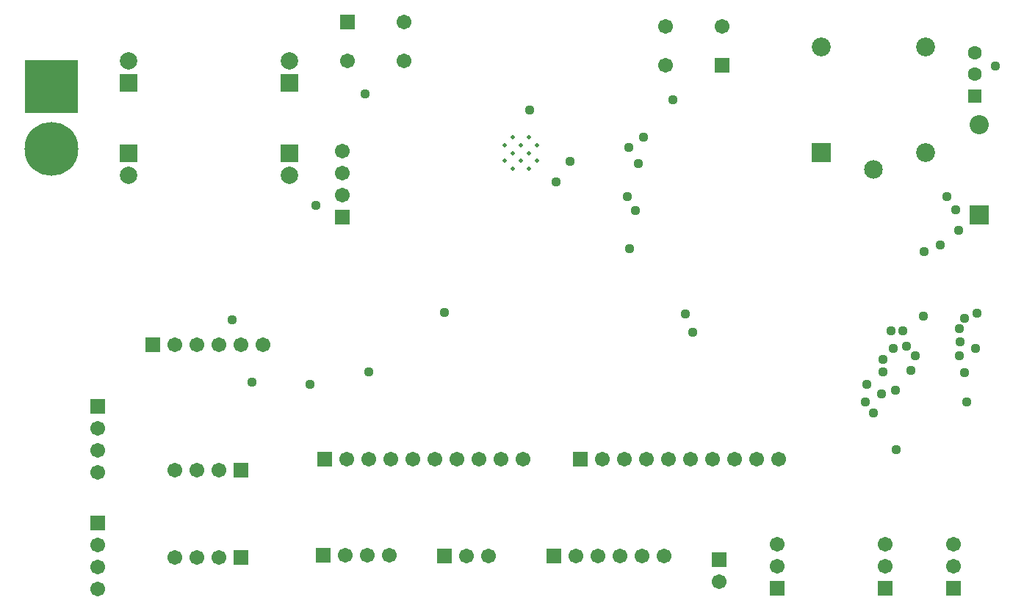
<source format=gbs>
G04*
G04 #@! TF.GenerationSoftware,Altium Limited,Altium Designer,20.1.12 (249)*
G04*
G04 Layer_Color=16711935*
%FSLAX25Y25*%
%MOIN*%
G70*
G04*
G04 #@! TF.SameCoordinates,38D2292D-1979-4519-B741-68206640DF70*
G04*
G04*
G04 #@! TF.FilePolarity,Negative*
G04*
G01*
G75*
%ADD43R,0.06706X0.06706*%
%ADD44C,0.06706*%
%ADD45C,0.24422*%
%ADD46R,0.24422X0.24422*%
%ADD47R,0.06706X0.06706*%
%ADD48R,0.07887X0.07887*%
%ADD49C,0.07887*%
%ADD50C,0.08674*%
%ADD51R,0.08674X0.08674*%
%ADD52R,0.06312X0.06312*%
%ADD53C,0.06312*%
%ADD54C,0.08595*%
%ADD55C,0.08418*%
%ADD56R,0.08595X0.08595*%
%ADD57C,0.01981*%
%ADD58C,0.06737*%
%ADD59R,0.06737X0.06737*%
%ADD60C,0.04400*%
D43*
X66000Y124000D02*
D03*
X144000Y72000D02*
D03*
X260000D02*
D03*
X143500Y28500D02*
D03*
X198500Y28000D02*
D03*
X248000D02*
D03*
X106000Y67000D02*
D03*
Y27500D02*
D03*
D44*
X76000Y124000D02*
D03*
X86000D02*
D03*
X96000D02*
D03*
X106000D02*
D03*
X116000D02*
D03*
X154000Y72000D02*
D03*
X174000D02*
D03*
X184000D02*
D03*
X194000D02*
D03*
X204000D02*
D03*
X214000D02*
D03*
X224000D02*
D03*
X234000D02*
D03*
X164000D02*
D03*
X41000Y13000D02*
D03*
Y23000D02*
D03*
Y33000D02*
D03*
X280000Y72000D02*
D03*
X350000D02*
D03*
X340000D02*
D03*
X330000D02*
D03*
X320000D02*
D03*
X310000D02*
D03*
X300000D02*
D03*
X290000D02*
D03*
X270000D02*
D03*
X173500Y28500D02*
D03*
X163500D02*
D03*
X153500D02*
D03*
X218500Y28000D02*
D03*
X208500D02*
D03*
X398500Y33500D02*
D03*
Y23500D02*
D03*
X429500Y33500D02*
D03*
Y23500D02*
D03*
X323000Y16500D02*
D03*
X349500Y33500D02*
D03*
Y23500D02*
D03*
X298000Y28000D02*
D03*
X288000D02*
D03*
X278000D02*
D03*
X268000D02*
D03*
X258000D02*
D03*
X41000Y86000D02*
D03*
Y76000D02*
D03*
Y66000D02*
D03*
X96000Y67000D02*
D03*
X86000D02*
D03*
X76000D02*
D03*
X96000Y27500D02*
D03*
X86000D02*
D03*
X76000D02*
D03*
X152000Y192000D02*
D03*
Y202000D02*
D03*
Y212000D02*
D03*
D45*
X20000Y213000D02*
D03*
D46*
Y241346D02*
D03*
D47*
X41000Y43000D02*
D03*
X398500Y13500D02*
D03*
X429500D02*
D03*
X323000Y26500D02*
D03*
X349500Y13500D02*
D03*
X41000Y96000D02*
D03*
X152000Y182000D02*
D03*
D48*
X128000Y211000D02*
D03*
Y243000D02*
D03*
X55000Y211000D02*
D03*
Y243000D02*
D03*
D49*
X128000Y201000D02*
D03*
Y253000D02*
D03*
X55000Y201000D02*
D03*
Y253000D02*
D03*
D50*
X441000Y224091D02*
D03*
D51*
Y182909D02*
D03*
D52*
X439000Y237157D02*
D03*
D53*
Y247000D02*
D03*
Y256843D02*
D03*
D54*
X369378Y259516D02*
D03*
X416622D02*
D03*
Y211484D02*
D03*
D55*
X393000Y203610D02*
D03*
D56*
X369378Y211484D02*
D03*
D57*
X236675Y203957D02*
D03*
X229451D02*
D03*
X240287Y207569D02*
D03*
X233063D02*
D03*
X225839D02*
D03*
X236675Y211181D02*
D03*
X229451D02*
D03*
X240287Y214793D02*
D03*
X233063D02*
D03*
X225839D02*
D03*
X236675Y218406D02*
D03*
X229451D02*
D03*
D58*
X298705Y268858D02*
D03*
X324295D02*
D03*
X298705Y251142D02*
D03*
X180000Y253000D02*
D03*
X154409D02*
D03*
X180000Y270717D02*
D03*
D59*
X324295Y251142D02*
D03*
X154409Y270717D02*
D03*
D60*
X162500Y238000D02*
D03*
X393200Y93053D02*
D03*
X389350Y98200D02*
D03*
X390000Y105900D02*
D03*
X430500Y185500D02*
D03*
X426500Y191500D02*
D03*
X423500Y169500D02*
D03*
X416000Y166500D02*
D03*
X439500Y122500D02*
D03*
X432000Y119000D02*
D03*
X432500Y125500D02*
D03*
X432000Y131500D02*
D03*
X434500Y136000D02*
D03*
X440000Y138500D02*
D03*
X434500Y111500D02*
D03*
X435500Y98000D02*
D03*
X406500Y130500D02*
D03*
X408000Y123500D02*
D03*
X412000Y119000D02*
D03*
X401000Y130500D02*
D03*
X402000Y122500D02*
D03*
X397500Y117500D02*
D03*
X302000Y235500D02*
D03*
X255500Y207500D02*
D03*
X249000Y198000D02*
D03*
X281500Y191500D02*
D03*
X285000Y185000D02*
D03*
X282000Y213600D02*
D03*
X403200Y103500D02*
D03*
X110900Y107200D02*
D03*
X282300Y167600D02*
D03*
X403300Y76300D02*
D03*
X448300Y250800D02*
D03*
X310900Y129800D02*
D03*
X415700Y137200D02*
D03*
X307600Y138100D02*
D03*
X431850Y176200D02*
D03*
X286309Y206300D02*
D03*
X288709Y218500D02*
D03*
X137400Y106100D02*
D03*
X237000Y230709D02*
D03*
X396785Y101737D02*
D03*
X410100Y112227D02*
D03*
X102100Y135300D02*
D03*
X140100Y187500D02*
D03*
X198500Y138600D02*
D03*
X164000Y111600D02*
D03*
X397300D02*
D03*
M02*

</source>
